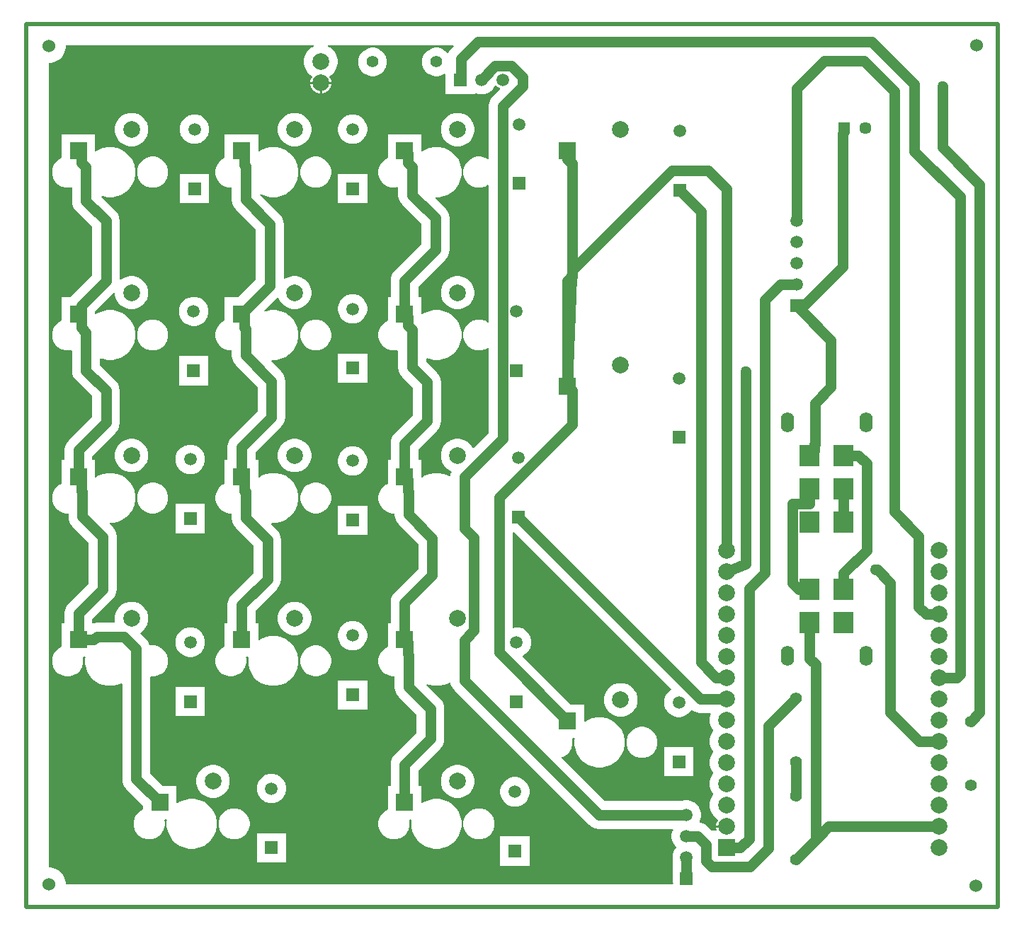
<source format=gtl>
%FSTAX23Y23*%
%MOIN*%
%SFA1B1*%

%IPPOS*%
%ADD15C,0.010000*%
%ADD22C,0.078740*%
%ADD25C,0.057087*%
%ADD26R,0.057087X0.057087*%
%ADD29C,0.019685*%
%ADD30C,0.051181*%
%ADD31C,0.060000*%
%ADD32C,0.059055*%
%ADD33R,0.059055X0.059055*%
%ADD34R,0.078740X0.078740*%
%ADD35C,0.055118*%
%ADD36R,0.094488X0.098425*%
%ADD37O,0.062992X0.094488*%
%ADD38R,0.059055X0.059055*%
%ADD39C,0.050000*%
%LNpcb1-1*%
%LPD*%
G36*
X02302Y0494D02*
X0229Y04928D01*
X0228Y04914*
X02278Y04909*
X02272Y04909*
X02261Y04919*
X02246Y04928*
X02229Y04933*
X02212*
X02195Y04928*
X02179Y04919*
X02167Y04907*
X02158Y04891*
X02153Y04874*
Y04857*
X02158Y0484*
X02167Y04825*
X02179Y04812*
X02195Y04803*
X02212Y04799*
X02229*
X02246Y04803*
X02259Y0481*
X02264Y04808*
Y04713*
X02401*
Y04715*
X02405Y04717*
X02406Y04717*
X02423Y04713*
X02442*
X02459Y04717*
X02475Y04726*
X02488Y04739*
X02494Y0475*
X02501Y04757*
X0251Y04748*
X0252Y04744*
X02521Y04739*
X02486Y04705*
X02476Y04691*
X02469Y04675*
X02467Y04658*
Y0441*
X02462Y04407*
X02449Y04415*
X0243Y0442*
X02411*
X02393Y04415*
X02376Y04405*
X02362Y04391*
X02353Y04375*
X02348Y04356*
Y04337*
X02353Y04319*
X02362Y04302*
X02376Y04288*
X02393Y04279*
X02411Y04274*
X0243*
X02449Y04279*
X02462Y04286*
X02467Y04284*
Y03642*
X02462Y03639*
X02449Y03647*
X0243Y03652*
X02411*
X02393Y03647*
X02376Y03637*
X02362Y03624*
X02353Y03607*
X02348Y03589*
Y03569*
X02353Y03551*
X02362Y03534*
X02376Y03521*
X02393Y03511*
X02411Y03506*
X0243*
X02449Y03511*
X02462Y03519*
X02467Y03516*
Y03118*
X02396Y03047*
X02391Y03047*
X02384Y0306*
X02369Y03074*
X02351Y03085*
X02331Y0309*
X0231*
X0229Y03085*
X02272Y03074*
X02258Y0306*
X02247Y03042*
X02242Y03022*
Y03001*
X02247Y02981*
X02258Y02963*
X02272Y02948*
X0229Y02938*
X02292Y02935*
X02288Y02926*
X02287Y02915*
X02281Y02913*
X02277Y02916*
X02255Y02925*
X02232Y02929*
X02209*
X02186Y02925*
X02165Y02916*
X02154Y02908*
X0215Y02911*
Y0299*
X02136*
Y0304*
X02223Y03126*
X02233Y0314*
X0224Y03156*
X02242Y03173*
Y03356*
X0224Y03373*
X02233Y03389*
X02223Y03402*
X02172Y03453*
Y03467*
X02176Y0347*
X02186Y03466*
X02209Y03461*
X02232*
X02255Y03466*
X02277Y03475*
X02296Y03487*
X02312Y03504*
X02325Y03523*
X02334Y03545*
X02339Y03567*
Y03591*
X02334Y03613*
X02325Y03635*
X02312Y03654*
X02296Y03671*
X02277Y03683*
X02255Y03692*
X02232Y03697*
X02209*
X02186Y03692*
X02165Y03683*
X02154Y03676*
X0215Y03678*
Y03758*
X02136*
Y03807*
X02262Y03933*
X02273Y03947*
X02279Y03963*
X02282Y0398*
Y0413*
X02279Y04147*
X02273Y04162*
X02262Y04176*
X02214Y04224*
X02216Y04229*
X02232*
X02255Y04233*
X02277Y04242*
X02296Y04255*
X02312Y04272*
X02325Y04291*
X02334Y04312*
X02339Y04335*
Y04358*
X02334Y04381*
X02325Y04403*
X02312Y04422*
X02296Y04438*
X02277Y04451*
X02255Y0446*
X02232Y04465*
X02209*
X02186Y0446*
X02165Y04451*
X02154Y04444*
X0215Y04446*
Y04525*
X01992*
Y04414*
X01976Y04405*
X01962Y04391*
X01953Y04375*
X01948Y04356*
Y04337*
X01953Y04319*
X01962Y04302*
X01976Y04288*
X01993Y04279*
X02011Y04274*
X0203*
X02037Y04276*
X02041Y04273*
Y04239*
X02043Y04222*
X0205Y04206*
X0206Y04193*
X02151Y04103*
Y04007*
X02024Y03881*
X02014Y03867*
X02007Y03851*
X02005Y03835*
Y03758*
X01992*
Y03647*
X01976Y03637*
X01962Y03624*
X01953Y03607*
X01948Y03589*
Y03569*
X01953Y03551*
X01962Y03534*
X01976Y03521*
X01993Y03511*
X02011Y03506*
X0203*
X02037Y03508*
X02041Y03505*
Y03426*
X02043Y03409*
X0205Y03393*
X0206Y0338*
X02111Y03329*
Y032*
X02024Y03113*
X02014Y031*
X02007Y03084*
X02005Y03067*
Y0299*
X01992*
Y02879*
X01976Y0287*
X01962Y02856*
X01953Y02839*
X01948Y02821*
Y02802*
X01953Y02783*
X01962Y02767*
X01976Y02753*
X01993Y02743*
X02011Y02738*
X02024*
Y02733*
X02027Y02716*
X02033Y027*
X02044Y02686*
X02135Y02595*
Y02475*
X02024Y02365*
X02014Y02352*
X02007Y02336*
X02005Y02319*
Y02222*
X01992*
Y02111*
X01976Y02102*
X01962Y02088*
X01953Y02072*
X01948Y02053*
Y02034*
X01953Y02015*
X01962Y01999*
X01976Y01985*
X01993Y01976*
X02011Y01971*
X02024*
Y01921*
X02027Y01904*
X02033Y01888*
X02044Y01875*
X02127Y01791*
Y01704*
X02024Y01601*
X02014Y01588*
X02007Y01572*
X02005Y01555*
Y01455*
X01992*
Y01343*
X01976Y01334*
X01962Y01321*
X01953Y01304*
X01948Y01285*
Y01266*
X01953Y01248*
X01962Y01231*
X01976Y01218*
X01993Y01208*
X02011Y01203*
X0203*
X02049Y01208*
X02066Y01218*
X02079Y01231*
X02089Y01248*
X02094Y01266*
Y01285*
X02092Y01293*
X02095Y01297*
X02101*
X02104Y01293*
X02103Y01287*
Y01264*
X02107Y01241*
X02116Y0122*
X02129Y01201*
X02146Y01184*
X02165Y01171*
X02186Y01163*
X02209Y01158*
X02232*
X02255Y01163*
X02277Y01171*
X02296Y01184*
X02312Y01201*
X02325Y0122*
X02334Y01241*
X02339Y01264*
Y01287*
X02334Y0131*
X02325Y01332*
X02312Y01351*
X02296Y01367*
X02277Y0138*
X02255Y01389*
X02232Y01394*
X02209*
X02186Y01389*
X02165Y0138*
X02154Y01373*
X0215Y01375*
Y01455*
X02136*
Y01528*
X02239Y0163*
X02249Y01644*
X02256Y0166*
X02258Y01677*
Y01818*
X02256Y01835*
X02249Y01851*
X02239Y01865*
X02173Y0193*
X02176Y01935*
X02186Y0193*
X02209Y01926*
X02232*
X02255Y0193*
X02277Y01939*
X02283Y01943*
X02287Y01941*
X02288Y01935*
X02295Y01919*
X02305Y01905*
X02939Y01271*
X02953Y01261*
X02968Y01254*
X02985Y01252*
X03332*
X03335Y01248*
X03333Y01244*
X03328Y01227*
Y01209*
X03333Y01191*
X03342Y01175*
X03351Y01166*
X03351Y01164*
X0334Y0115*
X03334Y01135*
X03332Y01118*
Y01018*
X03334Y01001*
X03336Y00996*
X03333Y00992*
X00476*
Y01002*
X00471Y01022*
X0046Y0104*
X00445Y01055*
X00428Y01065*
X00408Y0107*
X00397*
Y04862*
X00408*
X00428Y04867*
X00445Y04877*
X0046Y04892*
X00471Y0491*
X00476Y0493*
Y04944*
X01643*
X01644Y04939*
X01628Y0493*
X01614Y04916*
X01603Y04898*
X01598Y04878*
Y04857*
X01603Y04837*
X01614Y04819*
X01628Y04804*
X01634Y04801*
X01635Y04794*
X01631Y04786*
X01627Y04774*
Y04772*
X01677*
X01726*
Y04774*
X01723Y04786*
X01718Y04794*
X01719Y04801*
X01725Y04804*
X0174Y04819*
X0175Y04837*
X01755Y04857*
Y04878*
X0175Y04898*
X0174Y04916*
X01725Y0493*
X01709Y04939*
X0171Y04944*
X023*
X02302Y0494*
G37*
G36*
X03325Y01911D02*
X03324Y01906D01*
X03319Y01903*
X03307Y0189*
X03298Y01875*
X03293Y01857*
Y01839*
X03298Y01821*
X03307Y01806*
X03319Y01793*
X03335Y01784*
X03353Y01779*
X03371*
X03388Y01784*
X03404Y01793*
X03417Y01806*
X0342Y01811*
X03425Y01812*
X03431Y01808*
X03447Y01801*
X03463Y01799*
X0351*
X03512Y01794*
X03507Y01775*
Y01754*
X03513Y01734*
X03523Y01716*
X03525Y01714*
X03523Y01713*
X03513Y01695*
X03507Y01675*
Y01654*
X03513Y01634*
X03523Y01616*
X03525Y01614*
X03523Y01613*
X03513Y01595*
X03507Y01575*
Y01554*
X03513Y01534*
X03523Y01516*
X03525Y01514*
X03523Y01513*
X03513Y01495*
X03507Y01475*
Y01454*
X03513Y01434*
X03523Y01416*
X03525Y01414*
X03523Y01413*
X03513Y01395*
X03507Y01375*
Y01354*
X03513Y01334*
X03523Y01316*
X03538Y01301*
X03543Y01298*
X03545Y01291*
X0354Y01283*
X03537Y01271*
Y01269*
X03586*
Y01259*
X03537*
Y01258*
X03539Y01248*
X03536Y01243*
X03517*
X03496Y01264*
X03482Y01274*
X03466Y01281*
X03461Y01282*
X03459Y01286*
X03461Y01291*
X03466Y01309*
Y01327*
X03461Y01344*
X03452Y0136*
X03439Y01373*
X03424Y01382*
X03406Y01387*
X03388*
X03375Y01383*
X03013*
X0281Y01586*
X02811Y0159*
X02817Y01592*
X02833Y01601*
X02847Y01615*
X02856Y01632*
X02861Y0165*
Y01669*
X02859Y01677*
X02862Y01681*
X02869*
X02872Y01677*
X02871Y01671*
Y01648*
X02875Y01625*
X02884Y01604*
X02897Y01585*
X02913Y01568*
X02933Y01555*
X02954Y01546*
X02977Y01542*
X03*
X03023Y01546*
X03044Y01555*
X03064Y01568*
X0308Y01585*
X03093Y01604*
X03102Y01625*
X03106Y01648*
Y01671*
X03102Y01694*
X03093Y01716*
X0308Y01735*
X03064Y01751*
X03044Y01764*
X03023Y01773*
X03Y01778*
X02977*
X02954Y01773*
X02933Y01764*
X02922Y01757*
X02917Y01759*
Y01838*
X02852*
X02628Y02063*
X02628Y02069*
X0264Y02076*
X02653Y02089*
X02662Y02105*
X02667Y02122*
Y0214*
X02662Y02158*
X02653Y02174*
X0264Y02187*
X02625Y02196*
X02607Y022*
X02589*
X02584Y02199*
X0258Y02202*
Y02648*
X02585Y0265*
X03325Y01911*
G37*
%LNpcb1-2*%
%LPC*%
G36*
X01929Y04933D02*
X01912D01*
X01895Y04928*
X01879Y04919*
X01867Y04907*
X01858Y04891*
X01853Y04874*
Y04857*
X01858Y0484*
X01867Y04825*
X01879Y04812*
X01895Y04803*
X01912Y04799*
X01929*
X01946Y04803*
X01961Y04812*
X01974Y04825*
X01983Y0484*
X01987Y04857*
Y04874*
X01983Y04891*
X01974Y04907*
X01961Y04919*
X01946Y04928*
X01929Y04933*
G37*
G36*
X01726Y04762D02*
X01682D01*
Y04718*
X01683*
X01696Y04721*
X01707Y04728*
X01716Y04737*
X01723Y04748*
X01726Y04761*
Y04762*
G37*
G36*
X01672D02*
X01627D01*
Y04761*
X01631Y04748*
X01637Y04737*
X01646Y04728*
X01658Y04721*
X0167Y04718*
X01672*
Y04762*
G37*
G36*
X01835Y04618D02*
X01817D01*
X018Y04613*
X01784Y04604*
X01771Y04591*
X01762Y04575*
X01757Y04558*
Y0454*
X01762Y04522*
X01771Y04506*
X01784Y04494*
X018Y04485*
X01817Y0448*
X01835*
X01853Y04485*
X01869Y04494*
X01881Y04506*
X0189Y04522*
X01895Y0454*
Y04558*
X0189Y04575*
X01881Y04591*
X01869Y04604*
X01853Y04613*
X01835Y04618*
G37*
G36*
X01091D02*
X01073D01*
X01056Y04613*
X0104Y04604*
X01027Y04591*
X01018Y04575*
X01013Y04558*
Y0454*
X01018Y04522*
X01027Y04506*
X0104Y04494*
X01056Y04485*
X01073Y0448*
X01091*
X01109Y04485*
X01124Y04494*
X01137Y04506*
X01146Y04522*
X01151Y0454*
Y04558*
X01146Y04575*
X01137Y04591*
X01124Y04604*
X01109Y04613*
X01091Y04618*
G37*
G36*
X02331Y04625D02*
X0231D01*
X0229Y0462*
X02272Y0461*
X02258Y04595*
X02247Y04577*
X02242Y04557*
Y04536*
X02247Y04516*
X02258Y04498*
X02272Y04484*
X0229Y04473*
X0231Y04468*
X02331*
X02351Y04473*
X02369Y04484*
X02384Y04498*
X02394Y04516*
X024Y04536*
Y04557*
X02394Y04577*
X02384Y04595*
X02369Y0461*
X02351Y0462*
X02331Y04625*
G37*
G36*
X01563D02*
X01543D01*
X01523Y0462*
X01505Y0461*
X0149Y04595*
X0148Y04577*
X01474Y04557*
Y04536*
X0148Y04516*
X0149Y04498*
X01505Y04484*
X01523Y04473*
X01543Y04468*
X01563*
X01583Y04473*
X01601Y04484*
X01616Y04498*
X01626Y04516*
X01632Y04536*
Y04557*
X01626Y04577*
X01616Y04595*
X01601Y0461*
X01583Y0462*
X01563Y04625*
G37*
G36*
X00796D02*
X00775D01*
X00755Y0462*
X00737Y0461*
X00722Y04595*
X00712Y04577*
X00707Y04557*
Y04536*
X00712Y04516*
X00722Y04498*
X00737Y04484*
X00755Y04473*
X00775Y04468*
X00796*
X00816Y04473*
X00834Y04484*
X00848Y04498*
X00859Y04516*
X00864Y04536*
Y04557*
X00859Y04577*
X00848Y04595*
X00834Y0461*
X00816Y0462*
X00796Y04625*
G37*
G36*
X01663Y0442D02*
X01643D01*
X01625Y04415*
X01608Y04405*
X01595Y04391*
X01585Y04375*
X0158Y04356*
Y04337*
X01585Y04319*
X01595Y04302*
X01608Y04288*
X01625Y04279*
X01643Y04274*
X01663*
X01681Y04279*
X01698Y04288*
X01711Y04302*
X01721Y04319*
X01726Y04337*
Y04356*
X01721Y04375*
X01711Y04391*
X01698Y04405*
X01681Y04415*
X01663Y0442*
G37*
G36*
X00895D02*
X00876D01*
X00857Y04415*
X00841Y04405*
X00827Y04391*
X00817Y04375*
X00812Y04356*
Y04337*
X00817Y04319*
X00827Y04302*
X00841Y04288*
X00857Y04279*
X00876Y04274*
X00895*
X00913Y04279*
X0093Y04288*
X00944Y04302*
X00953Y04319*
X00958Y04337*
Y04356*
X00953Y04375*
X00944Y04391*
X0093Y04405*
X00913Y04415*
X00895Y0442*
G37*
G36*
X01382Y04525D02*
X01224D01*
Y04414*
X01208Y04405*
X01195Y04391*
X01185Y04375*
X0118Y04356*
Y04337*
X01185Y04319*
X01195Y04302*
X01208Y04288*
X01225Y04279*
X01243Y04274*
X01257*
Y04216*
X01259Y04199*
X01265Y04183*
X01276Y0417*
X01371Y04075*
Y0384*
X01289Y03758*
X01224*
Y03647*
X01208Y03637*
X01195Y03624*
X01185Y03607*
X0118Y03589*
Y03569*
X01185Y03551*
X01195Y03534*
X01208Y03521*
X01225Y03511*
X01243Y03506*
X01257*
Y03484*
X01259Y03467*
X01265Y03451*
X01276Y03438*
X01379Y03335*
Y0322*
X01257Y03097*
X01246Y03084*
X0124Y03068*
X01238Y03051*
Y0299*
X01224*
Y02879*
X01208Y0287*
X01195Y02856*
X01185Y02839*
X0118Y02821*
Y02802*
X01185Y02783*
X01195Y02767*
X01208Y02753*
X01225Y02743*
X01243Y02738*
X01257*
Y02716*
X01259Y02699*
X01265Y02683*
X01276Y0267*
X01359Y02587*
Y02456*
X01257Y02353*
X01246Y0234*
X0124Y02324*
X01238Y02307*
Y02222*
X01224*
Y02111*
X01208Y02102*
X01195Y02088*
X01185Y02072*
X0118Y02053*
Y02034*
X01185Y02015*
X01195Y01999*
X01208Y01985*
X01225Y01976*
X01243Y01971*
X01263*
X01281Y01976*
X01298Y01985*
X01311Y01999*
X01321Y02015*
X01326Y02034*
Y02053*
X01324Y02061*
X01327Y02065*
X01333*
X01336Y02061*
X01335Y02055*
Y02032*
X0134Y02009*
X01349Y01988*
X01361Y01968*
X01378Y01952*
X01397Y01939*
X01419Y0193*
X01441Y01926*
X01465*
X01487Y0193*
X01509Y01939*
X01528Y01952*
X01545Y01968*
X01558Y01988*
X01566Y02009*
X01571Y02032*
Y02055*
X01566Y02078*
X01558Y02099*
X01545Y02119*
X01528Y02135*
X01509Y02148*
X01487Y02157*
X01465Y02161*
X01441*
X01419Y02157*
X01397Y02148*
X01386Y02141*
X01382Y02143*
Y02222*
X01369*
Y0228*
X01471Y02382*
X01481Y02396*
X01488Y02412*
X0149Y02429*
Y02614*
X01488Y02631*
X01481Y02646*
X01471Y0266*
X01443Y02688*
X01445Y02693*
X01465*
X01487Y02698*
X01509Y02707*
X01528Y0272*
X01545Y02736*
X01558Y02755*
X01566Y02777*
X01571Y028*
Y02823*
X01566Y02846*
X01558Y02867*
X01545Y02886*
X01528Y02903*
X01509Y02916*
X01487Y02925*
X01465Y02929*
X01441*
X01419Y02925*
X01397Y02916*
X01386Y02908*
X01382Y02911*
Y0299*
X01369*
Y03024*
X01491Y03146*
X01501Y0316*
X01508Y03175*
X0151Y03192*
Y03362*
X01508Y03379*
X01501Y03394*
X01491Y03408*
X01443Y03456*
X01445Y03461*
X01465*
X01487Y03466*
X01509Y03475*
X01528Y03487*
X01545Y03504*
X01558Y03523*
X01566Y03545*
X01571Y03567*
Y03591*
X01566Y03613*
X01558Y03635*
X01545Y03654*
X01528Y03671*
X01509Y03683*
X01487Y03692*
X01465Y03697*
X01441*
X01419Y03692*
X01414Y0369*
X01411Y03695*
X01473Y03756*
X01478Y03755*
X0148Y03749*
X0149Y03731*
X01505Y03716*
X01523Y03706*
X01543Y037*
X01563*
X01583Y03706*
X01601Y03716*
X01616Y03731*
X01626Y03749*
X01632Y03769*
Y03789*
X01626Y03809*
X01616Y03827*
X01601Y03842*
X01583Y03852*
X01563Y03858*
X01543*
X01523Y03852*
X01507Y03843*
X01502Y03846*
Y04102*
X015Y04119*
X01493Y04135*
X01483Y04148*
X0139Y04241*
X01393Y04245*
X01397Y04242*
X01419Y04233*
X01441Y04229*
X01465*
X01487Y04233*
X01509Y04242*
X01528Y04255*
X01545Y04272*
X01558Y04291*
X01566Y04312*
X01571Y04335*
Y04358*
X01566Y04381*
X01558Y04403*
X01545Y04422*
X01528Y04438*
X01509Y04451*
X01487Y0446*
X01465Y04465*
X01441*
X01419Y0446*
X01397Y04451*
X01386Y04444*
X01382Y04446*
Y04525*
G37*
G36*
X00614D02*
X00457D01*
Y04414*
X00441Y04405*
X00427Y04391*
X00417Y04375*
X00412Y04356*
Y04337*
X00417Y04319*
X00427Y04302*
X00441Y04288*
X00457Y04279*
X00476Y04274*
X00495*
X00502Y04276*
X00506Y04273*
Y04211*
X00508Y04194*
X00514Y04178*
X00525Y04165*
X00599Y0409*
Y0386*
X00503Y03764*
X00498Y03758*
X00457*
Y03647*
X00441Y03637*
X00427Y03624*
X00417Y03607*
X00412Y03589*
Y03569*
X00417Y03551*
X00427Y03534*
X00441Y03521*
X00457Y03511*
X00476Y03506*
X00495*
X00502Y03508*
X00506Y03505*
Y03412*
X00508Y03395*
X00514Y03379*
X00525Y03366*
X00599Y03291*
Y03193*
X00489Y03082*
X00479Y03069*
X00472Y03053*
X0047Y03036*
Y0299*
X00457*
Y02879*
X00441Y0287*
X00427Y02856*
X00417Y02839*
X00412Y02821*
Y02802*
X00417Y02783*
X00427Y02767*
X00441Y02753*
X00457Y02743*
X00476Y02738*
X00489*
Y02724*
X00491Y02707*
X00498Y02691*
X00508Y02678*
X00584Y02602*
Y02409*
X00489Y02315*
X00479Y02301*
X00472Y02285*
X0047Y02268*
Y02222*
X00457*
Y02111*
X00441Y02102*
X00427Y02088*
X00417Y02072*
X00412Y02053*
Y02034*
X00417Y02015*
X00427Y01999*
X00441Y01985*
X00457Y01976*
X00476Y01971*
X00495*
X00513Y01976*
X0053Y01985*
X00544Y01999*
X00553Y02015*
X00558Y02034*
Y02053*
X00556Y02061*
X00559Y02065*
X00565*
X00569Y02061*
X00567Y02055*
Y02032*
X00572Y02009*
X00581Y01988*
X00594Y01968*
X0061Y01952*
X00629Y01939*
X00651Y0193*
X00674Y01926*
X00697*
X0072Y0193*
X00737Y01937*
X00742Y01934*
Y01488*
X00744Y01471*
X00751Y01455*
X00761Y01441*
X0084Y01362*
Y01343*
X00824Y01334*
X00811Y01321*
X00801Y01304*
X00796Y01285*
Y01266*
X00801Y01248*
X00811Y01231*
X00824Y01218*
X00841Y01208*
X0086Y01203*
X00879*
X00897Y01208*
X00914Y01218*
X00927Y01231*
X00937Y01248*
X00942Y01266*
Y01285*
X0094Y01293*
X00943Y01297*
X00949*
X00952Y01293*
X00951Y01287*
Y01264*
X00956Y01241*
X00965Y0122*
X00978Y01201*
X00994Y01184*
X01013Y01171*
X01035Y01163*
X01058Y01158*
X01081*
X01104Y01163*
X01125Y01171*
X01144Y01184*
X01161Y01201*
X01174Y0122*
X01183Y01241*
X01187Y01264*
Y01287*
X01183Y0131*
X01174Y01332*
X01161Y01351*
X01144Y01367*
X01125Y0138*
X01104Y01389*
X01081Y01394*
X01058*
X01035Y01389*
X01013Y0138*
X01002Y01373*
X00998Y01375*
Y01455*
X00933*
X00873Y01515*
Y01969*
X00876Y01971*
X00895*
X00913Y01976*
X0093Y01985*
X00944Y01999*
X00953Y02015*
X00958Y02034*
Y02053*
X00953Y02072*
X00944Y02088*
X0093Y02102*
X00913Y02112*
X00895Y02116*
X00876*
X00873Y02116*
X00871Y02117*
X00864Y02133*
X00854Y02147*
X00828Y02173*
X00829Y02178*
X00834Y02181*
X00848Y02195*
X00859Y02213*
X00864Y02233*
Y02254*
X00859Y02274*
X00848Y02292*
X00834Y02307*
X00816Y02317*
X00796Y02322*
X00775*
X00755Y02317*
X00737Y02307*
X00722Y02292*
X00712Y02274*
X00707Y02254*
Y02233*
X00708Y02228*
X00705Y02224*
X00622*
X0061Y02222*
X00601*
Y02241*
X00695Y02336*
X00706Y02349*
X00712Y02365*
X00715Y02382*
Y02629*
X00712Y02646*
X00706Y02662*
X00695Y02676*
X00682Y02689*
X00684Y02693*
X00697*
X0072Y02698*
X00741Y02707*
X0076Y0272*
X00777Y02736*
X0079Y02755*
X00799Y02777*
X00803Y028*
Y02823*
X00799Y02846*
X0079Y02867*
X00777Y02886*
X0076Y02903*
X00741Y02916*
X0072Y02925*
X00697Y02929*
X00674*
X00651Y02925*
X00629Y02916*
X00618Y02908*
X00614Y02911*
Y0299*
X00601*
Y03009*
X00711Y03119*
X00722Y03133*
X00728Y03149*
X0073Y03166*
Y03318*
X00728Y03335*
X00722Y03351*
X00711Y03365*
X00637Y03439*
Y03467*
X00641Y0347*
X00651Y03466*
X00674Y03461*
X00697*
X0072Y03466*
X00741Y03475*
X0076Y03487*
X00777Y03504*
X0079Y03523*
X00799Y03545*
X00803Y03567*
Y03591*
X00799Y03613*
X0079Y03635*
X00777Y03654*
X0076Y03671*
X00741Y03683*
X0072Y03692*
X00697Y03697*
X00674*
X00651Y03692*
X00629Y03683*
X00618Y03676*
X00614Y03678*
Y03689*
X00614Y0369*
X00702Y03778*
X00707Y03776*
Y03769*
X00712Y03749*
X00722Y03731*
X00737Y03716*
X00755Y03706*
X00775Y037*
X00796*
X00816Y03706*
X00834Y03716*
X00848Y03731*
X00859Y03749*
X00864Y03769*
Y03789*
X00859Y03809*
X00848Y03827*
X00834Y03842*
X00816Y03852*
X00796Y03858*
X00775*
X00755Y03852*
X00737Y03842*
X00735Y0384*
X0073Y03842*
Y04118*
X00728Y04135*
X00722Y0415*
X00711Y04164*
X00644Y04231*
X00647Y04235*
X00651Y04233*
X00674Y04229*
X00697*
X0072Y04233*
X00741Y04242*
X0076Y04255*
X00777Y04272*
X0079Y04291*
X00799Y04312*
X00803Y04335*
Y04358*
X00799Y04381*
X0079Y04403*
X00777Y04422*
X0076Y04438*
X00741Y04451*
X0072Y0446*
X00697Y04465*
X00674*
X00651Y0446*
X00629Y04451*
X00618Y04444*
X00614Y04446*
Y04525*
G37*
G36*
X01895Y04338D02*
X01757D01*
Y042*
X01895*
Y04338*
G37*
G36*
X01151D02*
X01013D01*
Y042*
X01151*
Y04338*
G37*
G36*
X02331Y03858D02*
X0231D01*
X0229Y03852*
X02272Y03842*
X02258Y03827*
X02247Y03809*
X02242Y03789*
Y03769*
X02247Y03749*
X02258Y03731*
X02272Y03716*
X0229Y03706*
X0231Y037*
X02331*
X02351Y03706*
X02369Y03716*
X02384Y03731*
X02394Y03749*
X024Y03769*
Y03789*
X02394Y03809*
X02384Y03827*
X02369Y03842*
X02351Y03852*
X02331Y03858*
G37*
G36*
X01835Y03771D02*
X01817D01*
X018Y03766*
X01784Y03757*
X01771Y03745*
X01762Y03729*
X01757Y03711*
Y03693*
X01762Y03676*
X01771Y0366*
X01784Y03647*
X018Y03638*
X01817Y03633*
X01835*
X01853Y03638*
X01869Y03647*
X01881Y0366*
X0189Y03676*
X01895Y03693*
Y03711*
X0189Y03729*
X01881Y03745*
X01869Y03757*
X01853Y03766*
X01835Y03771*
G37*
G36*
X01087Y03759D02*
X01069D01*
X01052Y03755*
X01036Y03746*
X01023Y03733*
X01014Y03717*
X01009Y037*
Y03681*
X01014Y03664*
X01023Y03648*
X01036Y03635*
X01052Y03626*
X01069Y03622*
X01087*
X01105Y03626*
X01121Y03635*
X01133Y03648*
X01142Y03664*
X01147Y03681*
Y037*
X01142Y03717*
X01133Y03733*
X01121Y03746*
X01105Y03755*
X01087Y03759*
G37*
G36*
X01663Y03652D02*
X01643D01*
X01625Y03647*
X01608Y03637*
X01595Y03624*
X01585Y03607*
X0158Y03589*
Y03569*
X01585Y03551*
X01595Y03534*
X01608Y03521*
X01625Y03511*
X01643Y03506*
X01663*
X01681Y03511*
X01698Y03521*
X01711Y03534*
X01721Y03551*
X01726Y03569*
Y03589*
X01721Y03607*
X01711Y03624*
X01698Y03637*
X01681Y03647*
X01663Y03652*
G37*
G36*
X00895D02*
X00876D01*
X00857Y03647*
X00841Y03637*
X00827Y03624*
X00817Y03607*
X00812Y03589*
Y03569*
X00817Y03551*
X00827Y03534*
X00841Y03521*
X00857Y03511*
X00876Y03506*
X00895*
X00913Y03511*
X0093Y03521*
X00944Y03534*
X00953Y03551*
X00958Y03569*
Y03589*
X00953Y03607*
X00944Y03624*
X0093Y03637*
X00913Y03647*
X00895Y03652*
G37*
G36*
X01895Y03492D02*
X01757D01*
Y03354*
X01895*
Y03492*
G37*
G36*
X01147Y0348D02*
X01009D01*
Y03342*
X01147*
Y0348*
G37*
G36*
X01563Y0309D02*
X01543D01*
X01523Y03085*
X01505Y03074*
X0149Y0306*
X0148Y03042*
X01474Y03022*
Y03001*
X0148Y02981*
X0149Y02963*
X01505Y02948*
X01523Y02938*
X01543Y02933*
X01563*
X01583Y02938*
X01601Y02948*
X01616Y02963*
X01626Y02981*
X01632Y03001*
Y03022*
X01626Y03042*
X01616Y0306*
X01601Y03074*
X01583Y03085*
X01563Y0309*
G37*
G36*
X00796D02*
X00775D01*
X00755Y03085*
X00737Y03074*
X00722Y0306*
X00712Y03042*
X00707Y03022*
Y03001*
X00712Y02981*
X00722Y02963*
X00737Y02948*
X00755Y02938*
X00775Y02933*
X00796*
X00816Y02938*
X00834Y02948*
X00848Y02963*
X00859Y02981*
X00864Y03001*
Y03022*
X00859Y03042*
X00848Y0306*
X00834Y03074*
X00816Y03085*
X00796Y0309*
G37*
G36*
X01072Y03062D02*
X01053D01*
X01036Y03058*
X0102Y03049*
X01007Y03036*
X00998Y0302*
X00994Y03003*
Y02985*
X00998Y02967*
X01007Y02951*
X0102Y02938*
X01036Y02929*
X01053Y02925*
X01072*
X01089Y02929*
X01105Y02938*
X01118Y02951*
X01127Y02967*
X01131Y02985*
Y03003*
X01127Y0302*
X01118Y03036*
X01105Y03049*
X01089Y03058*
X01072Y03062*
G37*
G36*
X01835Y03055D02*
X01817D01*
X018Y0305*
X01784Y03041*
X01771Y03028*
X01762Y03012*
X01757Y02995*
Y02977*
X01762Y02959*
X01771Y02943*
X01784Y02931*
X018Y02922*
X01817Y02917*
X01835*
X01853Y02922*
X01869Y02931*
X01881Y02943*
X0189Y02959*
X01895Y02977*
Y02995*
X0189Y03012*
X01881Y03028*
X01869Y03041*
X01853Y0305*
X01835Y03055*
G37*
G36*
X01663Y02884D02*
X01643D01*
X01625Y02879*
X01608Y0287*
X01595Y02856*
X01585Y02839*
X0158Y02821*
Y02802*
X01585Y02783*
X01595Y02767*
X01608Y02753*
X01625Y02743*
X01643Y02738*
X01663*
X01681Y02743*
X01698Y02753*
X01711Y02767*
X01721Y02783*
X01726Y02802*
Y02821*
X01721Y02839*
X01711Y02856*
X01698Y0287*
X01681Y02879*
X01663Y02884*
G37*
G36*
X00895D02*
X00876D01*
X00857Y02879*
X00841Y0287*
X00827Y02856*
X00817Y02839*
X00812Y02821*
Y02802*
X00817Y02783*
X00827Y02767*
X00841Y02753*
X00857Y02743*
X00876Y02738*
X00895*
X00913Y02743*
X0093Y02753*
X00944Y02767*
X00953Y02783*
X00958Y02802*
Y02821*
X00953Y02839*
X00944Y02856*
X0093Y0287*
X00913Y02879*
X00895Y02884*
G37*
G36*
X01131Y02783D02*
X00994D01*
Y02645*
X01131*
Y02783*
G37*
G36*
X01895Y02775D02*
X01757D01*
Y02637*
X01895*
Y02775*
G37*
G36*
X01563Y02322D02*
X01543D01*
X01523Y02317*
X01505Y02307*
X0149Y02292*
X0148Y02274*
X01474Y02254*
Y02233*
X0148Y02213*
X0149Y02195*
X01505Y02181*
X01523Y0217*
X01543Y02165*
X01563*
X01583Y0217*
X01601Y02181*
X01616Y02195*
X01626Y02213*
X01632Y02233*
Y02254*
X01626Y02274*
X01616Y02292*
X01601Y02307*
X01583Y02317*
X01563Y02322*
G37*
G36*
X01835Y02232D02*
X01817D01*
X018Y02227*
X01784Y02218*
X01771Y02205*
X01762Y02189*
X01757Y02172*
Y02154*
X01762Y02136*
X01771Y02121*
X01784Y02108*
X018Y02099*
X01817Y02094*
X01835*
X01853Y02099*
X01869Y02108*
X01881Y02121*
X0189Y02136*
X01895Y02154*
Y02172*
X0189Y02189*
X01881Y02205*
X01869Y02218*
X01853Y02227*
X01835Y02232*
G37*
G36*
X01072Y022D02*
X01053D01*
X01036Y02196*
X0102Y02187*
X01007Y02174*
X00998Y02158*
X00994Y0214*
Y02122*
X00998Y02105*
X01007Y02089*
X0102Y02076*
X01036Y02067*
X01053Y02062*
X01072*
X01089Y02067*
X01105Y02076*
X01118Y02089*
X01127Y02105*
X01131Y02122*
Y0214*
X01127Y02158*
X01118Y02174*
X01105Y02187*
X01089Y02196*
X01072Y022*
G37*
G36*
X01663Y02116D02*
X01643D01*
X01625Y02112*
X01608Y02102*
X01595Y02088*
X01585Y02072*
X0158Y02053*
Y02034*
X01585Y02015*
X01595Y01999*
X01608Y01985*
X01625Y01976*
X01643Y01971*
X01663*
X01681Y01976*
X01698Y01985*
X01711Y01999*
X01721Y02015*
X01726Y02034*
Y02053*
X01721Y02072*
X01711Y02088*
X01698Y02102*
X01681Y02112*
X01663Y02116*
G37*
G36*
X01895Y01952D02*
X01757D01*
Y01814*
X01895*
Y01952*
G37*
G36*
X01131Y01921D02*
X00994D01*
Y01783*
X01131*
Y01921*
G37*
G36*
X02331Y01555D02*
X0231D01*
X0229Y01549*
X02272Y01539*
X02258Y01524*
X02247Y01506*
X02242Y01486*
Y01466*
X02247Y01445*
X02258Y01428*
X02272Y01413*
X0229Y01403*
X0231Y01397*
X02331*
X02351Y01403*
X02369Y01413*
X02384Y01428*
X02394Y01445*
X024Y01466*
Y01486*
X02394Y01506*
X02384Y01524*
X02369Y01539*
X02351Y01549*
X02331Y01555*
G37*
G36*
X0118D02*
X01159D01*
X01139Y01549*
X01121Y01539*
X01106Y01524*
X01096Y01506*
X0109Y01486*
Y01466*
X01096Y01445*
X01106Y01428*
X01121Y01413*
X01139Y01403*
X01159Y01397*
X0118*
X012Y01403*
X01218Y01413*
X01232Y01428*
X01243Y01445*
X01248Y01466*
Y01486*
X01243Y01506*
X01232Y01524*
X01218Y01539*
X012Y01549*
X0118Y01555*
G37*
G36*
X01453Y01511D02*
X01435D01*
X01418Y01507*
X01402Y01498*
X01389Y01485*
X0138Y01469*
X01375Y01451*
Y01433*
X0138Y01416*
X01389Y014*
X01402Y01387*
X01418Y01378*
X01435Y01374*
X01453*
X01471Y01378*
X01487Y01387*
X015Y014*
X01509Y01416*
X01513Y01433*
Y01451*
X01509Y01469*
X015Y01485*
X01487Y01498*
X01471Y01507*
X01453Y01511*
G37*
G36*
X02599Y01496D02*
X02581D01*
X02563Y01491*
X02548Y01482*
X02535Y01469*
X02526Y01453*
X02521Y01436*
Y01418*
X02526Y014*
X02535Y01384*
X02548Y01372*
X02563Y01362*
X02581Y01358*
X02599*
X02617Y01362*
X02632Y01372*
X02645Y01384*
X02654Y014*
X02659Y01418*
Y01436*
X02654Y01453*
X02645Y01469*
X02632Y01482*
X02617Y01491*
X02599Y01496*
G37*
G36*
X0243Y01349D02*
X02411D01*
X02393Y01344*
X02376Y01334*
X02362Y01321*
X02353Y01304*
X02348Y01285*
Y01266*
X02353Y01248*
X02362Y01231*
X02376Y01218*
X02393Y01208*
X02411Y01203*
X0243*
X02449Y01208*
X02466Y01218*
X02479Y01231*
X02489Y01248*
X02494Y01266*
Y01285*
X02489Y01304*
X02479Y01321*
X02466Y01334*
X02449Y01344*
X0243Y01349*
G37*
G36*
X01279D02*
X0126D01*
X01241Y01344*
X01224Y01334*
X01211Y01321*
X01201Y01304*
X01196Y01285*
Y01266*
X01201Y01248*
X01211Y01231*
X01224Y01218*
X01241Y01208*
X0126Y01203*
X01279*
X01297Y01208*
X01314Y01218*
X01327Y01231*
X01337Y01248*
X01342Y01266*
Y01285*
X01337Y01304*
X01327Y01321*
X01314Y01334*
X01297Y01344*
X01279Y01349*
G37*
G36*
X01513Y01232D02*
X01375D01*
Y01094*
X01513*
Y01232*
G37*
G36*
X02659Y01216D02*
X02521D01*
Y01078*
X02659*
Y01216*
G37*
G36*
X03099Y01938D02*
X03078D01*
X03058Y01933*
X0304Y01923*
X03025Y01908*
X03015Y0189*
X0301Y0187*
Y01849*
X03015Y01829*
X03025Y01811*
X0304Y01797*
X03058Y01786*
X03078Y01781*
X03099*
X03119Y01786*
X03137Y01797*
X03151Y01811*
X03162Y01829*
X03167Y01849*
Y0187*
X03162Y0189*
X03151Y01908*
X03137Y01923*
X03119Y01933*
X03099Y01938*
G37*
G36*
X03198Y01733D02*
X03179D01*
X0316Y01728*
X03144Y01718*
X0313Y01704*
X03121Y01688*
X03116Y01669*
Y0165*
X03121Y01632*
X0313Y01615*
X03144Y01601*
X0316Y01592*
X03179Y01587*
X03198*
X03217Y01592*
X03233Y01601*
X03247Y01615*
X03256Y01632*
X03261Y0165*
Y01669*
X03256Y01688*
X03247Y01704*
X03233Y01718*
X03217Y01728*
X03198Y01733*
G37*
G36*
X03431Y01637D02*
X03293D01*
Y015*
X03431*
Y01637*
G37*
%LNpcb1-3*%
%LPD*%
G54D15*
X00291Y05043D02*
D01*
G54D22*
X01553Y03779D03*
X02321Y03011D03*
Y01476D03*
X01553Y02244D03*
X00785Y03011D03*
Y03779D03*
Y04547D03*
Y02244D03*
X01677Y04767D03*
Y04867D03*
X01553Y03011D03*
X04586Y02564D03*
Y02464D03*
Y02364D03*
Y02264D03*
Y02164D03*
Y02064D03*
Y01964D03*
Y01864D03*
Y01764D03*
Y01664D03*
Y01564D03*
Y01464D03*
Y01364D03*
Y01264D03*
Y01164D03*
X03586Y02564D03*
Y02464D03*
Y02364D03*
Y02264D03*
Y02164D03*
Y02064D03*
Y01964D03*
Y01864D03*
Y01764D03*
Y01664D03*
Y01564D03*
Y01464D03*
Y01364D03*
Y01264D03*
X02321Y02244D03*
X03088Y04547D03*
X02321D03*
X01553D03*
X03088Y03439D03*
X02321Y03779D03*
X03088Y0186D03*
X01169Y01476D03*
G54D25*
X0424Y04555D03*
G54D26*
X0414Y04555D03*
G54D29*
X04862Y00885D02*
Y05043D01*
X00291Y00885D02*
X04862D01*
X00291D02*
Y05043D01*
X04862D01*
G54D30*
X04602Y04464D02*
X04777Y04289D01*
X04602Y04464D02*
Y0475D01*
X04271Y0496D02*
X04471Y0476D01*
Y04445D02*
Y0476D01*
X03586Y02564D02*
Y04267D01*
X035Y04354D02*
X03586Y04267D01*
X03329Y04354D02*
X035D01*
X02859Y03884D02*
X03329Y04354D01*
X02859Y03884D02*
Y04387D01*
X02838Y03339D02*
Y03833D01*
X02857Y03851*
X02859Y03853D02*
Y03884D01*
X02857Y03851D02*
X02859Y03853D01*
X02838Y03339D02*
X02857Y03851D01*
X02415Y0496D02*
X04271D01*
X04047Y0487D02*
X04234D01*
X04375Y02748D02*
Y04729D01*
X04234Y0487D02*
X04375Y04729D01*
X03933Y037D02*
X04078Y03555D01*
X04002Y03065D02*
Y03258D01*
X04078Y03334D02*
Y03555D01*
X04002Y03258D02*
X04078Y03334D01*
X03978Y03011D02*
X04Y03033D01*
Y03063D02*
X04002Y03065D01*
X04Y03033D02*
Y03063D01*
X02574Y04847D02*
X02626Y04794D01*
X02533Y03091D02*
Y04658D01*
X02626Y04752*
Y04794*
X02498Y04847D02*
X02574D01*
X02433Y04781D02*
X02498Y04847D01*
X02336Y04881D02*
X02415Y0496D01*
X02336Y04781D02*
Y04881D01*
X04137Y04531D02*
Y04558D01*
X04133Y03901D02*
Y04527D01*
X0395Y03717D02*
X04133Y03901D01*
Y04527D02*
X04137Y04531D01*
X04777Y018D02*
Y04289D01*
X04471Y04445D02*
X04686Y04231D01*
Y0198D02*
Y04231D01*
X04287Y02473D02*
X04295D01*
X0209Y01921D02*
Y02072D01*
Y01921D02*
X02192Y01818D01*
X02085Y02078D02*
X0209Y02072D01*
X02071Y01555D02*
X02192Y01677D01*
Y01818*
X02071Y01376D02*
Y01555D01*
X02352Y01952D02*
X02985Y01318D01*
X03397*
X02085Y02078D02*
Y0213D01*
X02352Y01952D02*
Y02141D01*
X02071Y02144D02*
X02085Y0213D01*
X0209Y02733D02*
Y0284D01*
X02085Y02845D02*
X0209Y0284D01*
X02071Y02911D02*
X02085Y02898D01*
X022Y02448D02*
Y02622D01*
X0209Y02733D02*
X022Y02622D01*
X02085Y02845D02*
Y02898D01*
X02071Y02319D02*
X022Y02448D01*
X02071Y02144D02*
Y02319D01*
X02352Y0291D02*
X02533Y03091D01*
X02515Y02813D02*
X02859Y03157D01*
X02515Y02084D02*
X02838Y0176D01*
X02352Y02141D02*
X02397Y02186D01*
X02352Y02668D02*
X02397Y02623D01*
X02352Y02668D02*
Y0291D01*
X02397Y02186D02*
Y02623D01*
X02515Y02084D02*
Y02813D01*
X01322Y02716D02*
X01425Y02614D01*
X01303Y02307D02*
X01425Y02429D01*
Y02614*
X01322Y02716D02*
Y0284D01*
X01317Y02845D02*
Y02898D01*
Y02845D02*
X01322Y0284D01*
X01303Y02144D02*
Y02307D01*
Y02911D02*
X01317Y02898D01*
X00535Y02144D02*
Y02268D01*
X00649Y02382D02*
Y02629D01*
X00535Y02268D02*
X00649Y02382D01*
X00554Y02724D02*
X00649Y02629D01*
X00554Y02724D02*
Y0284D01*
X00549Y02845D02*
X00554Y0284D01*
X00549Y02845D02*
Y02898D01*
X00535Y02911D02*
X00549Y02898D01*
X00571Y03412D02*
X00665Y03318D01*
Y03166D02*
Y03318D01*
X00571Y03412D02*
Y03591D01*
X02177Y03173D02*
Y03356D01*
X02107Y03426D02*
Y03603D01*
Y03426D02*
X02177Y03356D01*
X02071Y02911D02*
Y03067D01*
X02177Y03173*
X02085Y03625D02*
Y03665D01*
X02071Y03679D02*
X02085Y03665D01*
Y03625D02*
X02107Y03603D01*
X01322Y03484D02*
Y03608D01*
Y03484D02*
X01444Y03362D01*
X01317Y03613D02*
X01322Y03608D01*
X01317Y03613D02*
Y03665D01*
X01444Y03192D02*
Y03362D01*
X01303Y03051D02*
X01444Y03192D01*
X01303Y02911D02*
Y03051D01*
Y03679D02*
X01317Y03665D01*
X00535Y03036D02*
X00665Y03166D01*
X00549Y03613D02*
X00571Y03591D01*
X00535Y02911D02*
Y03036D01*
X00549Y03613D02*
Y03665D01*
X00535Y03679D02*
X00549Y03665D01*
X02071Y03679D02*
Y03835D01*
X02216Y0398D02*
Y0413D01*
X02071Y03835D02*
X02216Y0398D01*
X02107Y04239D02*
Y0437D01*
Y04239D02*
X02216Y0413D01*
X02085Y04392D02*
Y04433D01*
X02071Y04447D02*
X02085Y04433D01*
Y04392D02*
X02107Y0437D01*
X01437Y03812D02*
Y04102D01*
X01303Y03679D02*
X01437Y03812D01*
X01322Y04216D02*
X01437Y04102D01*
X01322Y04216D02*
Y04375D01*
X01317Y04381D02*
X01322Y04375D01*
X01317Y04381D02*
Y04433D01*
X01303Y04447D02*
X01317Y04433D01*
X00665Y03833D02*
Y04118D01*
X00571Y04211D02*
Y0437D01*
Y04211D02*
X00665Y04118D01*
X00535Y04447D02*
X00549Y04433D01*
Y04392D02*
X00571Y0437D01*
X00549Y03717D02*
X00665Y03833D01*
X00549Y04392D02*
Y04433D01*
Y03693D02*
Y03717D01*
X00535Y03679D02*
X00549Y03693D01*
X02857Y03851D02*
X02859Y03884D01*
X03895Y02783D02*
X03978D01*
X04006Y01202D02*
X04068Y01264D01*
X03913Y01109D02*
X04006Y01202D01*
X03366Y04261D02*
X03466Y04161D01*
Y02036D02*
Y04161D01*
Y02036D02*
X03538Y01964D01*
X03586*
X02859Y03157D02*
Y03319D01*
X02838Y03339D02*
X02859Y03319D01*
X03677Y025D02*
Y03409D01*
X03586Y02464D02*
X03677Y025D01*
X04492Y01664D02*
X04586D01*
X04357Y018D02*
X04492Y01664D01*
X04357Y018D02*
Y02411D01*
X04295Y02473D02*
X04357Y02411D01*
X04525Y02264D02*
X04586D01*
X04491Y02298D02*
X04525Y02264D01*
X04491Y02298D02*
Y02632D01*
X04375Y02748D02*
X04491Y02632D01*
X03917Y0474D02*
X04047Y0487D01*
X03917Y04117D02*
Y0474D01*
Y03717D02*
X0395D01*
X03978Y02055D02*
Y02224D01*
Y02055D02*
X04006Y02027D01*
Y01202D02*
Y02027D01*
X04068Y01264D02*
X04586D01*
X03463Y01864D02*
X03586D01*
X02606Y02722D02*
X03463Y01864D01*
X0467Y01964D02*
X04686Y0198D01*
X04586Y01964D02*
X0467D01*
X03586Y01164D02*
X03651D01*
X03692Y01205*
Y02383*
X03767Y02458*
Y03743*
X03841Y03817*
X03917*
X03784Y01737D02*
X03913Y01866D01*
X03784Y01162D02*
Y01737D01*
X03696Y01074D02*
X03784Y01162D01*
X03515Y01074D02*
X03696D01*
X03489Y011D02*
X03515Y01074D01*
X03489Y011D02*
Y01179D01*
X0345Y01218D02*
X03489Y01179D01*
X03397Y01218D02*
X0345D01*
X04736Y01759D02*
X04777Y018D01*
X04137Y03011D02*
X04208D01*
X04245Y02975*
Y02563D02*
Y02975D01*
X04137Y02456D02*
X04245Y02563D01*
X04137Y02381D02*
Y02456D01*
X00808Y01488D02*
X00919Y01376D01*
X00808Y01488D02*
Y02101D01*
X0075Y02159D02*
X00808Y02101D01*
X00622Y02159D02*
X0075D01*
X00607Y02144D02*
X00622Y02159D01*
X00535Y02144D02*
X00607D01*
X03978Y02783D02*
Y02854D01*
X03895Y02411D02*
Y02783D01*
Y02411D02*
X03925Y02381D01*
X03978*
X04137Y02696D02*
Y02854D01*
X02838Y04407D02*
Y04447D01*
Y04407D02*
X02859Y04387D01*
X03913Y01409D02*
Y01566D01*
X03397Y01018D02*
Y01118D01*
G54D31*
X04759Y00984D03*
X00397Y0494D03*
X04763Y04944D03*
X00397Y00992D03*
G54D32*
X02533Y04781D03*
X02433D03*
X0259Y01427D03*
X02598Y02131D03*
X03362Y01848D03*
Y03375D03*
X03366Y04541D03*
X0261Y04572D03*
X01826Y04549D03*
X01082D03*
X02598Y0369D03*
X01826Y03702D03*
X01078Y0369D03*
X01062Y02994D03*
X01826Y02986D03*
X02606Y03001D03*
X01444Y01442D03*
X01826Y02163D03*
X01062Y02131D03*
X03397Y01318D03*
Y01218D03*
Y01118D03*
X03917Y04117D03*
Y04017D03*
Y03917D03*
Y03817D03*
G54D33*
X02333Y04781D03*
G54D34*
X01303Y03679D03*
X02071Y02911D03*
Y01376D03*
X01303Y02144D03*
X00535Y02911D03*
Y03679D03*
Y04447D03*
Y02144D03*
X01303Y02911D03*
X03586Y01164D03*
X02071Y02144D03*
X02838Y04447D03*
X02071D03*
X01303D03*
X02838Y03339D03*
X02071Y03679D03*
X02838Y0176D03*
X00919Y01376D03*
G54D35*
X0222Y04866D03*
X0192D03*
X04736Y01759D03*
Y01459D03*
X03913Y01866D03*
Y01566D03*
Y01409D03*
Y01109D03*
G54D36*
X04137Y02696D03*
Y02854D03*
Y03011D03*
X03978D03*
Y02854D03*
Y02696D03*
Y02224D03*
Y02381D03*
X04137D03*
Y02224D03*
G54D37*
X03873Y03169D03*
Y02066D03*
X04242D03*
Y03169D03*
G54D38*
X0259Y01147D03*
X02598Y01852D03*
X03362Y01568D03*
Y03096D03*
X03366Y04261D03*
X0261Y04293D03*
X01826Y04269D03*
X01082D03*
X02598Y03411D03*
X01826Y03423D03*
X01078Y03411D03*
X01062Y02714D03*
X01826Y02706D03*
X02606Y02722D03*
X01444Y01163D03*
X01826Y01883D03*
X01062Y01852D03*
X03397Y01018D03*
X03917Y03717D03*
G54D39*
X04602Y0475D03*
X04287Y02473D03*
X03677Y03409D03*
M02*
</source>
